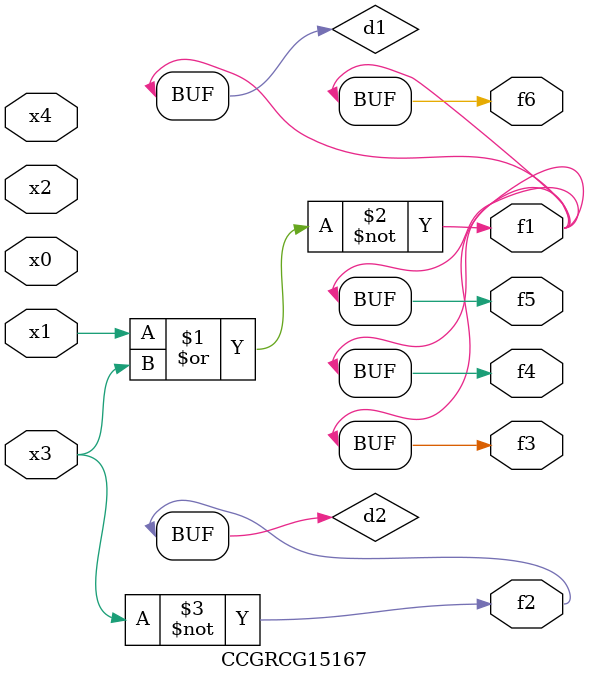
<source format=v>
module CCGRCG15167(
	input x0, x1, x2, x3, x4,
	output f1, f2, f3, f4, f5, f6
);

	wire d1, d2;

	nor (d1, x1, x3);
	not (d2, x3);
	assign f1 = d1;
	assign f2 = d2;
	assign f3 = d1;
	assign f4 = d1;
	assign f5 = d1;
	assign f6 = d1;
endmodule

</source>
